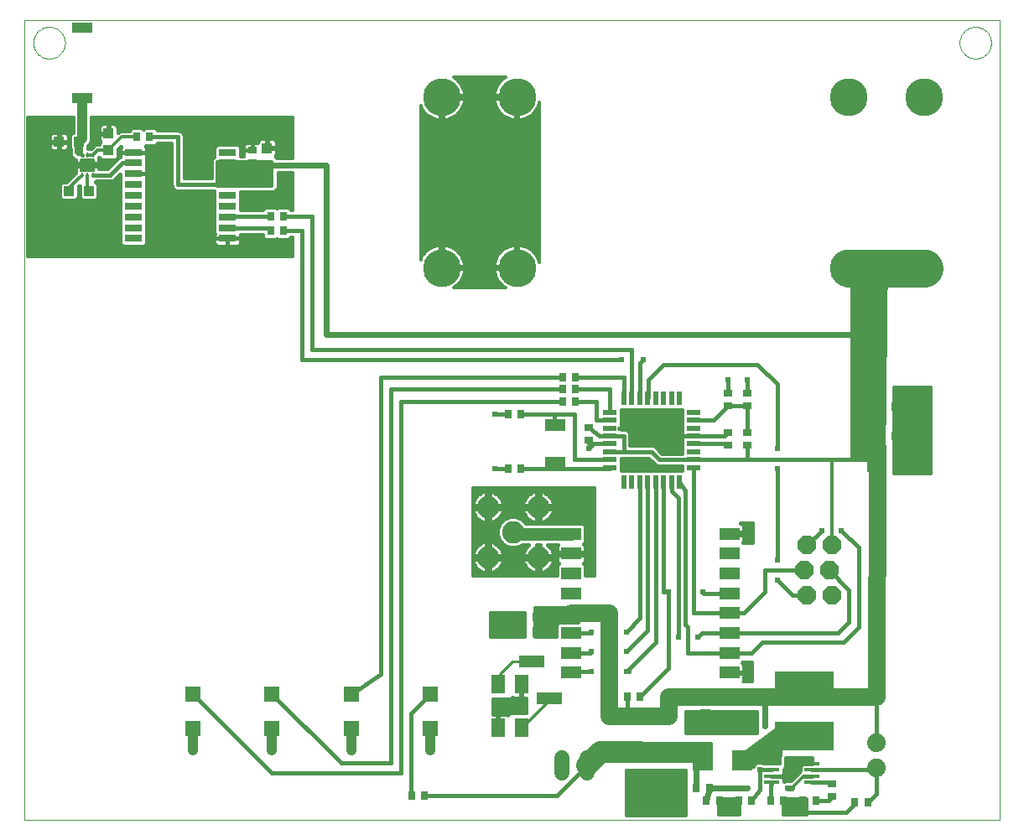
<source format=gtl>
G75*
%MOIN*%
%OFA0B0*%
%FSLAX24Y24*%
%IPPOS*%
%LPD*%
%AMOC8*
5,1,8,0,0,1.08239X$1,22.5*
%
%ADD10C,0.0000*%
%ADD11R,0.0580X0.0200*%
%ADD12R,0.0200X0.0580*%
%ADD13R,0.0787X0.0394*%
%ADD14R,0.0787X0.0512*%
%ADD15R,0.0709X0.0315*%
%ADD16R,0.0709X0.0276*%
%ADD17C,0.0886*%
%ADD18R,0.0591X0.0591*%
%ADD19R,0.0354X0.0276*%
%ADD20R,0.0276X0.0354*%
%ADD21R,0.0394X0.0394*%
%ADD22R,0.0394X0.0433*%
%ADD23R,0.0433X0.0394*%
%ADD24R,0.1063X0.0630*%
%ADD25C,0.1500*%
%ADD26OC8,0.0740*%
%ADD27R,0.0600X0.0180*%
%ADD28R,0.0787X0.0787*%
%ADD29R,0.0110X0.0197*%
%ADD30C,0.0050*%
%ADD31C,0.0740*%
%ADD32R,0.2362X0.1181*%
%ADD33R,0.0630X0.1063*%
%ADD34R,0.1000X0.0500*%
%ADD35R,0.0551X0.0748*%
%ADD36C,0.0600*%
%ADD37C,0.0160*%
%ADD38C,0.0238*%
%ADD39C,0.0400*%
%ADD40C,0.0100*%
%ADD41C,0.0120*%
%ADD42C,0.1500*%
%ADD43C,0.0240*%
%ADD44C,0.0700*%
%ADD45C,0.0500*%
%ADD46C,0.0860*%
%ADD47C,0.0320*%
D10*
X000574Y000251D02*
X000574Y032054D01*
X039341Y032054D01*
X039341Y000251D01*
X000574Y000251D01*
X000928Y031156D02*
X000930Y031206D01*
X000936Y031256D01*
X000946Y031305D01*
X000960Y031353D01*
X000977Y031400D01*
X000998Y031445D01*
X001023Y031489D01*
X001051Y031530D01*
X001083Y031569D01*
X001117Y031606D01*
X001154Y031640D01*
X001194Y031670D01*
X001236Y031697D01*
X001280Y031721D01*
X001326Y031742D01*
X001373Y031758D01*
X001421Y031771D01*
X001471Y031780D01*
X001520Y031785D01*
X001571Y031786D01*
X001621Y031783D01*
X001670Y031776D01*
X001719Y031765D01*
X001767Y031750D01*
X001813Y031732D01*
X001858Y031710D01*
X001901Y031684D01*
X001942Y031655D01*
X001981Y031623D01*
X002017Y031588D01*
X002049Y031550D01*
X002079Y031510D01*
X002106Y031467D01*
X002129Y031423D01*
X002148Y031377D01*
X002164Y031329D01*
X002176Y031280D01*
X002184Y031231D01*
X002188Y031181D01*
X002188Y031131D01*
X002184Y031081D01*
X002176Y031032D01*
X002164Y030983D01*
X002148Y030935D01*
X002129Y030889D01*
X002106Y030845D01*
X002079Y030802D01*
X002049Y030762D01*
X002017Y030724D01*
X001981Y030689D01*
X001942Y030657D01*
X001901Y030628D01*
X001858Y030602D01*
X001813Y030580D01*
X001767Y030562D01*
X001719Y030547D01*
X001670Y030536D01*
X001621Y030529D01*
X001571Y030526D01*
X001520Y030527D01*
X001471Y030532D01*
X001421Y030541D01*
X001373Y030554D01*
X001326Y030570D01*
X001280Y030591D01*
X001236Y030615D01*
X001194Y030642D01*
X001154Y030672D01*
X001117Y030706D01*
X001083Y030743D01*
X001051Y030782D01*
X001023Y030823D01*
X000998Y030867D01*
X000977Y030912D01*
X000960Y030959D01*
X000946Y031007D01*
X000936Y031056D01*
X000930Y031106D01*
X000928Y031156D01*
X037739Y031156D02*
X037741Y031206D01*
X037747Y031256D01*
X037757Y031305D01*
X037771Y031353D01*
X037788Y031400D01*
X037809Y031445D01*
X037834Y031489D01*
X037862Y031530D01*
X037894Y031569D01*
X037928Y031606D01*
X037965Y031640D01*
X038005Y031670D01*
X038047Y031697D01*
X038091Y031721D01*
X038137Y031742D01*
X038184Y031758D01*
X038232Y031771D01*
X038282Y031780D01*
X038331Y031785D01*
X038382Y031786D01*
X038432Y031783D01*
X038481Y031776D01*
X038530Y031765D01*
X038578Y031750D01*
X038624Y031732D01*
X038669Y031710D01*
X038712Y031684D01*
X038753Y031655D01*
X038792Y031623D01*
X038828Y031588D01*
X038860Y031550D01*
X038890Y031510D01*
X038917Y031467D01*
X038940Y031423D01*
X038959Y031377D01*
X038975Y031329D01*
X038987Y031280D01*
X038995Y031231D01*
X038999Y031181D01*
X038999Y031131D01*
X038995Y031081D01*
X038987Y031032D01*
X038975Y030983D01*
X038959Y030935D01*
X038940Y030889D01*
X038917Y030845D01*
X038890Y030802D01*
X038860Y030762D01*
X038828Y030724D01*
X038792Y030689D01*
X038753Y030657D01*
X038712Y030628D01*
X038669Y030602D01*
X038624Y030580D01*
X038578Y030562D01*
X038530Y030547D01*
X038481Y030536D01*
X038432Y030529D01*
X038382Y030526D01*
X038331Y030527D01*
X038282Y030532D01*
X038232Y030541D01*
X038184Y030554D01*
X038137Y030570D01*
X038091Y030591D01*
X038047Y030615D01*
X038005Y030642D01*
X037965Y030672D01*
X037928Y030706D01*
X037894Y030743D01*
X037862Y030782D01*
X037834Y030823D01*
X037809Y030867D01*
X037788Y030912D01*
X037771Y030959D01*
X037757Y031007D01*
X037747Y031056D01*
X037741Y031106D01*
X037739Y031156D01*
D11*
X027177Y016469D03*
X027177Y016159D03*
X027177Y015839D03*
X027177Y015529D03*
X027177Y015209D03*
X027177Y014899D03*
X027177Y014579D03*
X027177Y014269D03*
X023837Y014269D03*
X023837Y014579D03*
X023837Y014899D03*
X023837Y015209D03*
X023837Y015529D03*
X023837Y015839D03*
X023837Y016159D03*
X023837Y016469D03*
D12*
X024407Y017039D03*
X024717Y017039D03*
X025037Y017039D03*
X025347Y017039D03*
X025667Y017039D03*
X025977Y017039D03*
X026297Y017039D03*
X026607Y017039D03*
X026607Y013699D03*
X026297Y013699D03*
X025977Y013699D03*
X025667Y013699D03*
X025347Y013699D03*
X025037Y013699D03*
X024717Y013699D03*
X024407Y013699D03*
D13*
X002873Y028961D03*
X002873Y031757D03*
D14*
X021676Y015959D03*
X021676Y014463D03*
X022298Y011629D03*
X022298Y010841D03*
X022298Y010054D03*
X022298Y009267D03*
X022298Y008479D03*
X022298Y007692D03*
X022298Y006904D03*
X022298Y006117D03*
X028597Y006117D03*
X028597Y006904D03*
X028597Y007692D03*
X028597Y008479D03*
X028597Y009267D03*
X028597Y010054D03*
X028597Y010841D03*
X028597Y011629D03*
D15*
X008652Y023786D03*
X008652Y024219D03*
X008652Y024652D03*
X008652Y025085D03*
X008652Y025519D03*
X008652Y025952D03*
X008652Y026385D03*
X004912Y026385D03*
X004912Y025952D03*
X004912Y025519D03*
X004912Y025085D03*
X004912Y024652D03*
X004912Y024219D03*
X004912Y023786D03*
D16*
X004912Y023373D03*
X008652Y023373D03*
X008652Y026798D03*
X004912Y026798D03*
D17*
X018991Y012700D03*
X019991Y011700D03*
X020991Y012700D03*
X020991Y010700D03*
X018991Y010700D03*
D18*
X016715Y005270D03*
X016715Y003893D03*
X013566Y003893D03*
X013566Y005270D03*
X010416Y005270D03*
X010416Y003893D03*
X007267Y003893D03*
X007267Y005270D03*
D19*
X023015Y015349D03*
X023015Y015861D03*
X028526Y015664D03*
X028526Y015152D03*
X029314Y015152D03*
X029314Y015664D03*
X029314Y016727D03*
X029314Y017239D03*
X028526Y017239D03*
X028526Y016727D03*
X026656Y002672D03*
X026656Y002160D03*
X032660Y001688D03*
X032660Y001176D03*
X009629Y026373D03*
X009629Y026885D03*
D20*
X010357Y024267D03*
X010869Y024267D03*
X010869Y023676D03*
X010357Y023676D03*
X005554Y027416D03*
X005042Y027416D03*
X019806Y016393D03*
X020318Y016393D03*
X021971Y016885D03*
X021971Y017377D03*
X022483Y017377D03*
X022483Y016885D03*
X022483Y017869D03*
X021971Y017869D03*
X020318Y014227D03*
X019806Y014227D03*
X020397Y008322D03*
X020908Y008322D03*
X024530Y005172D03*
X025042Y005172D03*
X027286Y001530D03*
X027798Y001530D03*
X027680Y001038D03*
X028192Y001038D03*
X028960Y001038D03*
X029471Y001038D03*
X030239Y001038D03*
X030751Y001038D03*
X031519Y001038D03*
X032030Y001038D03*
X033586Y000940D03*
X034097Y000940D03*
X016479Y001235D03*
X015967Y001235D03*
X034668Y015507D03*
X035180Y015507D03*
X035180Y016688D03*
X034668Y016688D03*
D21*
X003133Y025251D03*
X002345Y025251D03*
X001952Y027219D03*
X002739Y027219D03*
D22*
X003920Y026885D03*
X003920Y027554D03*
X010219Y026963D03*
X010219Y026294D03*
X027641Y005113D03*
X027641Y004444D03*
X026066Y002751D03*
X026066Y002081D03*
D23*
X020987Y007731D03*
X020318Y007731D03*
X034589Y016097D03*
X035259Y016097D03*
X035259Y017278D03*
X034589Y017278D03*
D24*
X029117Y005133D03*
X029117Y004030D03*
X025082Y002967D03*
X025082Y001865D03*
D25*
X020160Y022200D03*
X017168Y022200D03*
X017168Y028991D03*
X020160Y028991D03*
X033349Y028991D03*
X036341Y028991D03*
X036341Y022200D03*
X033349Y022200D03*
D26*
X032676Y011176D03*
X031676Y011176D03*
X031576Y010176D03*
X032576Y010176D03*
X032676Y009176D03*
X031676Y009176D03*
D27*
X031886Y002501D03*
X031886Y002251D03*
X031886Y001991D03*
X031886Y001741D03*
X030286Y001741D03*
X030286Y001991D03*
X030286Y002251D03*
X030286Y002501D03*
D28*
X029117Y002613D03*
X027542Y002613D03*
D29*
X003290Y025900D03*
X003074Y025900D03*
X002857Y025900D03*
X002857Y026688D03*
X003074Y026688D03*
X003290Y026688D03*
D30*
X002810Y026521D02*
X002810Y026067D01*
X002810Y026521D02*
X003338Y026521D01*
X003338Y026067D01*
X002810Y026067D01*
X002810Y026116D02*
X003338Y026116D01*
X003338Y026165D02*
X002810Y026165D01*
X002810Y026214D02*
X003338Y026214D01*
X003338Y026263D02*
X002810Y026263D01*
X002810Y026312D02*
X003338Y026312D01*
X003338Y026361D02*
X002810Y026361D01*
X002810Y026410D02*
X003338Y026410D01*
X003338Y026459D02*
X002810Y026459D01*
X002810Y026508D02*
X003338Y026508D01*
D31*
X034432Y003318D03*
X034432Y002318D03*
D32*
X031578Y003581D03*
X031578Y005581D03*
D33*
X034373Y014621D03*
X035475Y014621D03*
D34*
X021440Y005074D03*
X020751Y006550D03*
D35*
X020337Y005644D03*
X019393Y005644D03*
X019393Y003912D03*
X020337Y003912D03*
D36*
X021924Y002716D02*
X021924Y002116D01*
X022924Y002116D02*
X022924Y002716D01*
D37*
X022924Y002416D02*
X021743Y001235D01*
X016479Y001235D01*
X015967Y001235D02*
X015928Y001235D01*
X015928Y004483D01*
X016715Y005270D01*
X014747Y006058D02*
X014747Y017869D01*
X021971Y017869D01*
X022483Y017869D02*
X024407Y017869D01*
X024407Y017039D01*
X024717Y017039D02*
X024717Y018952D01*
X011991Y018952D01*
X011991Y024267D01*
X010869Y024267D01*
X011178Y024527D02*
X011081Y024624D01*
X010657Y024624D01*
X010613Y024580D01*
X010570Y024624D01*
X010145Y024624D01*
X010048Y024527D01*
X009187Y024527D01*
X009187Y025208D01*
X010464Y025208D01*
X010552Y025244D01*
X010620Y025312D01*
X010656Y025400D01*
X010656Y025994D01*
X011204Y025994D01*
X011204Y024527D01*
X011178Y024527D01*
X011204Y024660D02*
X009187Y024660D01*
X009187Y024818D02*
X011204Y024818D01*
X011204Y024977D02*
X009187Y024977D01*
X009187Y025135D02*
X011204Y025135D01*
X011204Y025294D02*
X010602Y025294D01*
X010656Y025452D02*
X011204Y025452D01*
X011204Y025611D02*
X010656Y025611D01*
X010656Y025769D02*
X011204Y025769D01*
X011204Y025928D02*
X010656Y025928D01*
X010593Y026594D02*
X010556Y026632D01*
X010560Y026636D01*
X010584Y026677D01*
X010596Y026723D01*
X010596Y026945D01*
X010238Y026945D01*
X010238Y026982D01*
X010201Y026982D01*
X010201Y027360D01*
X009999Y027360D01*
X009953Y027348D01*
X009912Y027324D01*
X009878Y027290D01*
X009855Y027249D01*
X009843Y027204D01*
X009843Y027199D01*
X009830Y027202D01*
X009629Y027202D01*
X009629Y026885D01*
X009629Y026885D01*
X009629Y027202D01*
X009428Y027202D01*
X009382Y027190D01*
X009341Y027166D01*
X009308Y027133D01*
X009284Y027092D01*
X009272Y027046D01*
X009272Y026885D01*
X009629Y026885D01*
X009629Y026885D01*
X009272Y026885D01*
X009272Y026723D01*
X009284Y026677D01*
X009287Y026672D01*
X009187Y026672D01*
X009187Y027010D01*
X009081Y027116D01*
X008224Y027116D01*
X008118Y027010D01*
X008118Y026637D01*
X008115Y026635D01*
X008047Y026568D01*
X008011Y026480D01*
X008011Y025779D01*
X006936Y025779D01*
X006936Y027468D01*
X006896Y027563D01*
X006823Y027637D01*
X006728Y027676D01*
X005864Y027676D01*
X005766Y027773D01*
X005342Y027773D01*
X005298Y027730D01*
X005255Y027773D01*
X004830Y027773D01*
X004724Y027668D01*
X004724Y027656D01*
X004404Y027656D01*
X004316Y027620D01*
X004297Y027601D01*
X004297Y027794D01*
X004285Y027840D01*
X004261Y027881D01*
X004228Y027915D01*
X004186Y027938D01*
X004141Y027950D01*
X003939Y027950D01*
X003939Y027572D01*
X003902Y027572D01*
X003902Y027536D01*
X003543Y027536D01*
X003543Y027314D01*
X003556Y027268D01*
X003579Y027227D01*
X003587Y027219D01*
X003543Y027176D01*
X003543Y027125D01*
X003439Y027125D01*
X003351Y027088D01*
X003229Y026966D01*
X003116Y026966D01*
X003116Y027059D01*
X003195Y027138D01*
X003253Y027278D01*
X003253Y028204D01*
X011204Y028204D01*
X011204Y026594D01*
X010593Y026594D01*
X010595Y026720D02*
X011204Y026720D01*
X011204Y026879D02*
X010596Y026879D01*
X010596Y026982D02*
X010596Y027204D01*
X010584Y027249D01*
X010560Y027290D01*
X010527Y027324D01*
X010486Y027348D01*
X010440Y027360D01*
X010238Y027360D01*
X010238Y026982D01*
X010596Y026982D01*
X010596Y027037D02*
X011204Y027037D01*
X011204Y027196D02*
X010596Y027196D01*
X010461Y027354D02*
X011204Y027354D01*
X011204Y027513D02*
X006917Y027513D01*
X006936Y027354D02*
X009978Y027354D01*
X010201Y027354D02*
X010238Y027354D01*
X010238Y027196D02*
X010201Y027196D01*
X010201Y027037D02*
X010238Y027037D01*
X009629Y027037D02*
X009629Y027037D01*
X009629Y027196D02*
X009629Y027196D01*
X009403Y027196D02*
X006936Y027196D01*
X006936Y027037D02*
X008145Y027037D01*
X008118Y026879D02*
X006936Y026879D01*
X006936Y026720D02*
X008118Y026720D01*
X008045Y026562D02*
X006936Y026562D01*
X006936Y026403D02*
X008011Y026403D01*
X008011Y026245D02*
X006936Y026245D01*
X006936Y026086D02*
X008011Y026086D01*
X008011Y025928D02*
X006936Y025928D01*
X006416Y025928D02*
X005447Y025928D01*
X005447Y025952D02*
X004912Y025952D01*
X005447Y025952D01*
X005447Y026133D01*
X005442Y026148D01*
X005447Y026153D01*
X005447Y026617D01*
X005442Y026621D01*
X005447Y026637D01*
X005447Y026798D01*
X005447Y026960D01*
X005434Y027005D01*
X005411Y027046D01*
X005398Y027059D01*
X005766Y027059D01*
X005864Y027156D01*
X006416Y027156D01*
X006416Y025467D01*
X006456Y025371D01*
X006529Y025298D01*
X006624Y025259D01*
X008101Y025259D01*
X008115Y025244D01*
X008118Y025243D01*
X008118Y023554D01*
X008122Y023550D01*
X008118Y023534D01*
X008118Y023373D01*
X008652Y023373D01*
X008652Y023373D01*
X008118Y023373D01*
X008118Y023211D01*
X008130Y023166D01*
X008154Y023125D01*
X008188Y023091D01*
X008229Y023067D01*
X008274Y023055D01*
X008652Y023055D01*
X008652Y023373D01*
X008652Y023373D01*
X009187Y023373D01*
X009187Y023526D01*
X010039Y023526D01*
X010039Y023424D01*
X010145Y023319D01*
X010570Y023319D01*
X010613Y023362D01*
X010657Y023319D01*
X011081Y023319D01*
X011178Y023416D01*
X011204Y023416D01*
X011204Y022692D01*
X000714Y022692D01*
X000714Y028204D01*
X002493Y028204D01*
X002493Y027596D01*
X002468Y027596D01*
X002362Y027491D01*
X002362Y027302D01*
X002359Y027295D01*
X002359Y027144D01*
X002362Y027136D01*
X002362Y026948D01*
X002399Y026911D01*
X002399Y026738D01*
X002451Y026613D01*
X002546Y026518D01*
X002604Y026494D01*
X002604Y026340D01*
X003028Y026340D01*
X003028Y026248D01*
X002604Y026248D01*
X002604Y026040D01*
X002616Y025998D01*
X002245Y025628D01*
X002074Y025628D01*
X001969Y025522D01*
X001969Y024979D01*
X002074Y024874D01*
X002617Y024874D01*
X002722Y024979D01*
X002722Y025426D01*
X002756Y025460D01*
X002756Y024979D01*
X002861Y024874D01*
X003404Y024874D01*
X003510Y024979D01*
X003510Y025522D01*
X003410Y025622D01*
X003420Y025622D01*
X003438Y025640D01*
X004031Y025640D01*
X004126Y025680D01*
X004378Y025931D01*
X004378Y025770D01*
X004382Y025755D01*
X004378Y025751D01*
X004378Y023160D01*
X004483Y023055D01*
X005341Y023055D01*
X005447Y023160D01*
X005447Y025751D01*
X005442Y025755D01*
X005447Y025770D01*
X005447Y025952D01*
X005447Y026086D02*
X006416Y026086D01*
X006416Y026245D02*
X005447Y026245D01*
X005447Y026403D02*
X006416Y026403D01*
X006416Y026562D02*
X005447Y026562D01*
X005447Y026720D02*
X006416Y026720D01*
X006416Y026879D02*
X005447Y026879D01*
X005447Y026798D02*
X004912Y026798D01*
X004378Y026798D01*
X004378Y026637D01*
X004379Y026631D01*
X004316Y026605D01*
X004243Y026532D01*
X003872Y026160D01*
X003543Y026160D01*
X003543Y026248D01*
X003120Y026248D01*
X003120Y026340D01*
X003543Y026340D01*
X003543Y026548D01*
X003532Y026590D01*
X003543Y026601D01*
X003543Y026594D01*
X003649Y026488D01*
X004192Y026488D01*
X004297Y026594D01*
X004297Y026922D01*
X004404Y027029D01*
X004390Y027005D01*
X004378Y026960D01*
X004378Y026798D01*
X004912Y026798D01*
X004912Y026798D01*
X004912Y026798D01*
X005447Y026798D01*
X005416Y027037D02*
X006416Y027037D01*
X006676Y027416D02*
X005554Y027416D01*
X004728Y027671D02*
X004297Y027671D01*
X004287Y027830D02*
X011204Y027830D01*
X011204Y027988D02*
X003253Y027988D01*
X003253Y027830D02*
X003553Y027830D01*
X003556Y027840D02*
X003543Y027794D01*
X003543Y027572D01*
X003902Y027572D01*
X003902Y027950D01*
X003700Y027950D01*
X003654Y027938D01*
X003613Y027915D01*
X003579Y027881D01*
X003556Y027840D01*
X003543Y027671D02*
X003253Y027671D01*
X003253Y027513D02*
X003543Y027513D01*
X003543Y027354D02*
X003253Y027354D01*
X003219Y027196D02*
X003563Y027196D01*
X003300Y027037D02*
X003116Y027037D01*
X002857Y026688D02*
X002739Y026806D01*
X002502Y026562D02*
X000714Y026562D01*
X000714Y026720D02*
X002406Y026720D01*
X002399Y026879D02*
X002259Y026879D01*
X002259Y026878D02*
X002293Y026912D01*
X002316Y026953D01*
X002329Y026999D01*
X002329Y027201D01*
X001970Y027201D01*
X001970Y027238D01*
X001933Y027238D01*
X001933Y027596D01*
X001731Y027596D01*
X001685Y027584D01*
X001644Y027560D01*
X001611Y027527D01*
X001587Y027486D01*
X001575Y027440D01*
X001575Y027238D01*
X001933Y027238D01*
X001933Y027201D01*
X001575Y027201D01*
X001575Y026999D01*
X001587Y026953D01*
X001611Y026912D01*
X001644Y026878D01*
X001685Y026855D01*
X001731Y026842D01*
X001933Y026842D01*
X001933Y027201D01*
X001970Y027201D01*
X001970Y026842D01*
X002172Y026842D01*
X002218Y026855D01*
X002259Y026878D01*
X002329Y027037D02*
X002362Y027037D01*
X002359Y027196D02*
X002329Y027196D01*
X002329Y027238D02*
X002329Y027440D01*
X002316Y027486D01*
X002293Y027527D01*
X002259Y027560D01*
X002218Y027584D01*
X002172Y027596D01*
X001970Y027596D01*
X001970Y027238D01*
X002329Y027238D01*
X002329Y027354D02*
X002362Y027354D01*
X002384Y027513D02*
X002301Y027513D01*
X002493Y027671D02*
X000714Y027671D01*
X000714Y027513D02*
X001603Y027513D01*
X001575Y027354D02*
X000714Y027354D01*
X000714Y027196D02*
X001575Y027196D01*
X001575Y027037D02*
X000714Y027037D01*
X000714Y026879D02*
X001644Y026879D01*
X001933Y026879D02*
X001970Y026879D01*
X001970Y027037D02*
X001933Y027037D01*
X001933Y027196D02*
X001970Y027196D01*
X001970Y027354D02*
X001933Y027354D01*
X001933Y027513D02*
X001970Y027513D01*
X002493Y027830D02*
X000714Y027830D01*
X000714Y027988D02*
X002493Y027988D01*
X002493Y028147D02*
X000714Y028147D01*
X000714Y026403D02*
X002604Y026403D01*
X002604Y026245D02*
X000714Y026245D01*
X000714Y026086D02*
X002604Y026086D01*
X002545Y025928D02*
X000714Y025928D01*
X000714Y025769D02*
X002387Y025769D01*
X002057Y025611D02*
X000714Y025611D01*
X000714Y025452D02*
X001969Y025452D01*
X001969Y025294D02*
X000714Y025294D01*
X000714Y025135D02*
X001969Y025135D01*
X001971Y024977D02*
X000714Y024977D01*
X000714Y024818D02*
X004378Y024818D01*
X004378Y024660D02*
X000714Y024660D01*
X000714Y024501D02*
X004378Y024501D01*
X004378Y024343D02*
X000714Y024343D01*
X000714Y024184D02*
X004378Y024184D01*
X004378Y024026D02*
X000714Y024026D01*
X000714Y023867D02*
X004378Y023867D01*
X004378Y023709D02*
X000714Y023709D01*
X000714Y023550D02*
X004378Y023550D01*
X004378Y023392D02*
X000714Y023392D01*
X000714Y023233D02*
X004378Y023233D01*
X004464Y023075D02*
X000714Y023075D01*
X000714Y022916D02*
X011204Y022916D01*
X011204Y022758D02*
X000714Y022758D01*
X002720Y024977D02*
X002758Y024977D01*
X002756Y025135D02*
X002722Y025135D01*
X002722Y025294D02*
X002756Y025294D01*
X002749Y025452D02*
X002756Y025452D01*
X003421Y025611D02*
X004378Y025611D01*
X004378Y025769D02*
X004216Y025769D01*
X004374Y025928D02*
X004378Y025928D01*
X003979Y025900D02*
X004463Y026385D01*
X004912Y026385D01*
X004912Y025952D02*
X004912Y025952D01*
X005446Y025769D02*
X006416Y025769D01*
X006416Y025611D02*
X005447Y025611D01*
X005447Y025452D02*
X006422Y025452D01*
X006539Y025294D02*
X005447Y025294D01*
X005447Y025135D02*
X008118Y025135D01*
X008118Y024977D02*
X005447Y024977D01*
X005447Y024818D02*
X008118Y024818D01*
X008118Y024660D02*
X005447Y024660D01*
X005447Y024501D02*
X008118Y024501D01*
X008118Y024343D02*
X005447Y024343D01*
X005447Y024184D02*
X008118Y024184D01*
X008118Y024026D02*
X005447Y024026D01*
X005447Y023867D02*
X008118Y023867D01*
X008118Y023709D02*
X005447Y023709D01*
X005447Y023550D02*
X008122Y023550D01*
X008118Y023392D02*
X005447Y023392D01*
X005447Y023233D02*
X008118Y023233D01*
X008216Y023075D02*
X005361Y023075D01*
X004378Y024977D02*
X003507Y024977D01*
X003510Y025135D02*
X004378Y025135D01*
X004378Y025294D02*
X003510Y025294D01*
X003510Y025452D02*
X004378Y025452D01*
X003979Y025900D02*
X003290Y025900D01*
X003543Y026245D02*
X003956Y026245D01*
X004114Y026403D02*
X003543Y026403D01*
X003539Y026562D02*
X003575Y026562D01*
X004265Y026562D02*
X004273Y026562D01*
X004297Y026720D02*
X004378Y026720D01*
X004378Y026879D02*
X004297Y026879D01*
X003939Y027671D02*
X003902Y027671D01*
X003902Y027830D02*
X003939Y027830D01*
X003253Y028147D02*
X011204Y028147D01*
X011204Y027671D02*
X006739Y027671D01*
X006676Y027416D02*
X006676Y025519D01*
X008652Y025519D01*
X008700Y024267D02*
X010357Y024267D01*
X010247Y023786D02*
X010357Y023676D01*
X010247Y023786D02*
X008652Y023786D01*
X008652Y023373D02*
X008652Y023373D01*
X008652Y023055D01*
X009030Y023055D01*
X009076Y023067D01*
X009117Y023091D01*
X009151Y023125D01*
X009175Y023166D01*
X009187Y023211D01*
X009187Y023373D01*
X008652Y023373D01*
X008652Y023233D02*
X008652Y023233D01*
X008652Y023075D02*
X008652Y023075D01*
X009089Y023075D02*
X011204Y023075D01*
X011204Y023233D02*
X009187Y023233D01*
X009187Y023392D02*
X010072Y023392D01*
X010869Y023676D02*
X011597Y023676D01*
X011597Y018558D01*
X024294Y018558D01*
X025037Y018415D02*
X025180Y018558D01*
X025037Y018415D02*
X025037Y017039D01*
X025347Y017039D02*
X025377Y017069D01*
X025377Y017770D01*
X025967Y018361D01*
X029708Y018361D01*
X030495Y017574D01*
X030495Y015015D01*
X030495Y014227D02*
X030495Y010585D01*
X030003Y010192D02*
X031560Y010192D01*
X031576Y010176D01*
X032576Y010176D02*
X033349Y009403D01*
X033349Y008125D01*
X032916Y007692D01*
X028597Y007692D01*
X027503Y007692D01*
X027345Y007534D01*
X026952Y007928D02*
X026853Y008026D01*
X026853Y013354D01*
X026607Y013699D01*
X026297Y013699D02*
X026297Y013307D01*
X026558Y013046D01*
X026558Y007534D01*
X026952Y007928D02*
X026952Y006904D01*
X028597Y006904D01*
X029471Y006904D01*
X029904Y007337D01*
X033152Y007337D01*
X033743Y007928D01*
X033743Y011078D01*
X033054Y011767D01*
X032267Y011767D02*
X031676Y011176D01*
X030495Y009798D02*
X031117Y009176D01*
X031676Y009176D01*
X030003Y009306D02*
X030003Y010192D01*
X030003Y009306D02*
X029176Y008479D01*
X028597Y008479D01*
X027177Y008479D01*
X027177Y014269D01*
X027177Y014579D02*
X025813Y014579D01*
X025493Y014899D01*
X023837Y014899D01*
X024393Y014899D01*
X024393Y015529D01*
X023837Y015529D01*
X023445Y015529D01*
X023015Y015861D01*
X023310Y016159D02*
X023310Y016885D01*
X022483Y016885D01*
X022483Y017377D02*
X023837Y017377D01*
X023837Y016469D01*
X023837Y016159D02*
X023310Y016159D01*
X023015Y015349D02*
X023015Y015209D01*
X023211Y015209D01*
X023015Y015015D01*
X023211Y015209D02*
X023837Y015209D01*
X023839Y015211D01*
X024307Y015789D02*
X024307Y015839D01*
X024307Y015963D01*
X024302Y015980D01*
X024307Y015984D01*
X024307Y016569D01*
X026707Y016569D01*
X026707Y015664D01*
X026709Y015662D01*
X026707Y015653D01*
X026707Y015529D01*
X026952Y015529D01*
X026952Y015529D01*
X026707Y015529D01*
X026707Y015405D01*
X026711Y015388D01*
X026707Y015383D01*
X026707Y014839D01*
X025920Y014839D01*
X025713Y015046D01*
X025640Y015119D01*
X025544Y015159D01*
X024653Y015159D01*
X024653Y015581D01*
X024613Y015676D01*
X024540Y015749D01*
X024444Y015789D01*
X024307Y015789D01*
X024307Y015839D02*
X024196Y015839D01*
X024307Y015839D01*
X024307Y015942D02*
X026707Y015942D01*
X026707Y015784D02*
X024457Y015784D01*
X024634Y015625D02*
X026707Y015625D01*
X026707Y015467D02*
X024653Y015467D01*
X024653Y015308D02*
X026707Y015308D01*
X026707Y015150D02*
X025566Y015150D01*
X025768Y014991D02*
X026707Y014991D01*
X027177Y015209D02*
X028470Y015209D01*
X028526Y015152D01*
X028391Y015529D02*
X027177Y015529D01*
X027177Y016159D02*
X027958Y016159D01*
X028526Y016727D01*
X029314Y016727D01*
X029314Y015664D01*
X029314Y015152D02*
X029314Y014579D01*
X032660Y014579D01*
X034426Y014579D01*
X034471Y014625D01*
X029511Y012062D02*
X029511Y011274D01*
X029142Y011274D01*
X029159Y011303D01*
X029171Y011349D01*
X029171Y011581D01*
X028645Y011581D01*
X028645Y011677D01*
X029171Y011677D01*
X029171Y011908D01*
X029159Y011954D01*
X029135Y011995D01*
X029102Y012029D01*
X029061Y012052D01*
X029025Y012062D01*
X029511Y012062D01*
X029511Y011980D02*
X029144Y011980D01*
X029171Y011821D02*
X029511Y011821D01*
X029511Y011663D02*
X028645Y011663D01*
X029171Y011504D02*
X029511Y011504D01*
X029511Y011346D02*
X029170Y011346D01*
X028597Y009267D02*
X027582Y009267D01*
X027542Y009306D01*
X026164Y009306D02*
X026164Y006294D01*
X025042Y005172D01*
X024530Y005172D02*
X024530Y004522D01*
X024393Y004385D01*
X024688Y003302D02*
X027837Y003302D01*
X027837Y002613D01*
X024688Y002613D01*
X024688Y003302D01*
X024688Y003262D02*
X027837Y003262D01*
X027837Y003104D02*
X024688Y003104D01*
X024688Y002945D02*
X027837Y002945D01*
X027837Y002787D02*
X024688Y002787D01*
X024688Y002628D02*
X027837Y002628D01*
X026853Y002219D02*
X026853Y000448D01*
X024491Y000448D01*
X024491Y002219D01*
X026853Y002219D01*
X026853Y002153D02*
X024491Y002153D01*
X024491Y001994D02*
X026853Y001994D01*
X026853Y001836D02*
X024491Y001836D01*
X024491Y001677D02*
X026853Y001677D01*
X026853Y001519D02*
X024491Y001519D01*
X024491Y001360D02*
X026853Y001360D01*
X026853Y001202D02*
X024491Y001202D01*
X024491Y001043D02*
X026853Y001043D01*
X026853Y000885D02*
X024491Y000885D01*
X024491Y000726D02*
X026853Y000726D01*
X026853Y000568D02*
X024491Y000568D01*
X029471Y001038D02*
X029806Y001471D01*
X029806Y002251D01*
X030286Y002251D01*
X030286Y001991D02*
X030889Y001991D01*
X030889Y002318D01*
X030829Y002335D02*
X030824Y002416D01*
X030841Y002711D01*
X031873Y002711D01*
X031873Y002521D01*
X031511Y002521D01*
X031406Y002415D01*
X031406Y002214D01*
X031399Y002211D01*
X031326Y002138D01*
X031306Y002090D01*
X031046Y001830D01*
X030829Y001830D01*
X030766Y001804D01*
X030766Y001905D01*
X030675Y001996D01*
X030766Y002086D01*
X030766Y002261D01*
X030817Y002308D01*
X030818Y002323D01*
X030829Y002335D01*
X030818Y002311D02*
X031406Y002311D01*
X031282Y002318D02*
X031282Y002501D01*
X031886Y002501D01*
X031873Y002628D02*
X030836Y002628D01*
X030827Y002470D02*
X031460Y002470D01*
X031479Y002613D02*
X031479Y002680D01*
X031340Y002153D02*
X030766Y002153D01*
X030677Y001994D02*
X031210Y001994D01*
X031052Y001836D02*
X030766Y001836D01*
X030286Y001688D02*
X030239Y001641D01*
X030239Y001038D01*
X031282Y000644D02*
X031381Y000546D01*
X033251Y000546D01*
X033586Y000881D01*
X033586Y000940D01*
X034097Y000940D02*
X034432Y001274D01*
X034432Y002318D01*
X034365Y002251D01*
X031886Y002251D01*
X032397Y002251D01*
X032607Y001741D02*
X031886Y001741D01*
X031886Y001991D02*
X031546Y001991D01*
X032030Y001038D02*
X032523Y001038D01*
X032660Y001176D01*
X032660Y001688D02*
X032607Y001741D01*
X034432Y003318D02*
X034432Y005172D01*
X026164Y009306D02*
X025967Y009306D01*
X025977Y010496D01*
X025977Y013699D01*
X025667Y013699D02*
X025667Y007332D01*
X024491Y006156D01*
X024589Y006156D01*
X024491Y006944D02*
X025347Y007799D01*
X025347Y013699D01*
X025037Y013699D02*
X025037Y008277D01*
X024491Y007731D01*
X023113Y007731D02*
X023112Y007721D01*
X023108Y007712D01*
X023102Y007703D01*
X023094Y007697D01*
X023084Y007693D01*
X023074Y007692D01*
X022298Y007692D01*
X022298Y006904D02*
X023074Y006904D01*
X023113Y006944D01*
X023113Y006156D02*
X022337Y006156D01*
X022327Y006155D01*
X022318Y006151D01*
X022309Y006145D01*
X022303Y006137D01*
X022299Y006127D01*
X022298Y006117D01*
X021724Y009995D02*
X018389Y009995D01*
X018389Y010538D01*
X018414Y010460D01*
X018458Y010373D01*
X018516Y010294D01*
X018585Y010224D01*
X018665Y010167D01*
X018752Y010122D01*
X018845Y010092D01*
X018923Y010080D01*
X018923Y010632D01*
X018389Y010632D01*
X018389Y010767D01*
X018923Y010767D01*
X018923Y010632D01*
X019059Y010632D01*
X019059Y010767D01*
X019611Y010767D01*
X019599Y010845D01*
X019568Y010939D01*
X019524Y011026D01*
X019466Y011105D01*
X019397Y011175D01*
X019318Y011232D01*
X019230Y011277D01*
X019137Y011307D01*
X019059Y011320D01*
X019059Y010767D01*
X018923Y010767D01*
X018923Y011320D01*
X018845Y011307D01*
X018752Y011277D01*
X018665Y011232D01*
X018585Y011175D01*
X018516Y011105D01*
X018458Y011026D01*
X018414Y010939D01*
X018389Y010862D01*
X018389Y012538D01*
X018414Y012460D01*
X018458Y012373D01*
X018516Y012294D01*
X018585Y012224D01*
X018665Y012167D01*
X018752Y012122D01*
X018845Y012092D01*
X018923Y012080D01*
X018923Y012632D01*
X018389Y012632D01*
X018389Y012767D01*
X018923Y012767D01*
X018923Y012632D01*
X019059Y012632D01*
X019059Y012767D01*
X019611Y012767D01*
X019599Y012845D01*
X019568Y012939D01*
X019524Y013026D01*
X019466Y013105D01*
X019397Y013175D01*
X019318Y013232D01*
X019230Y013277D01*
X019137Y013307D01*
X019059Y013320D01*
X019059Y012767D01*
X018923Y012767D01*
X018923Y013320D01*
X018845Y013307D01*
X018752Y013277D01*
X018665Y013232D01*
X018585Y013175D01*
X018516Y013105D01*
X018458Y013026D01*
X018414Y012939D01*
X018389Y012862D01*
X018389Y013440D01*
X023211Y013440D01*
X023211Y009995D01*
X022872Y009995D01*
X022872Y010384D01*
X022809Y010448D01*
X022836Y010475D01*
X022860Y010516D01*
X022872Y010562D01*
X022872Y010793D01*
X022346Y010793D01*
X022346Y010889D01*
X022872Y010889D01*
X022872Y011121D01*
X022860Y011167D01*
X022836Y011208D01*
X022809Y011235D01*
X022872Y011298D01*
X022872Y011959D01*
X022766Y012065D01*
X021830Y012065D01*
X021824Y012059D01*
X020513Y012059D01*
X020344Y012228D01*
X020115Y012323D01*
X019867Y012323D01*
X019638Y012228D01*
X019463Y012052D01*
X019368Y011824D01*
X019368Y011576D01*
X019463Y011347D01*
X019638Y011172D01*
X019867Y011077D01*
X020115Y011077D01*
X020344Y011172D01*
X020371Y011199D01*
X020618Y011199D01*
X020585Y011175D01*
X020516Y011105D01*
X020458Y011026D01*
X020414Y010939D01*
X020383Y010845D01*
X020371Y010767D01*
X020923Y010767D01*
X020923Y010632D01*
X020371Y010632D01*
X020383Y010554D01*
X020414Y010460D01*
X020458Y010373D01*
X020516Y010294D01*
X020585Y010224D01*
X020665Y010167D01*
X020752Y010122D01*
X020845Y010092D01*
X020923Y010080D01*
X020923Y010632D01*
X021059Y010632D01*
X021059Y010767D01*
X021611Y010767D01*
X021599Y010845D01*
X021568Y010939D01*
X021524Y011026D01*
X021466Y011105D01*
X021397Y011175D01*
X021364Y011199D01*
X021755Y011199D01*
X021737Y011167D01*
X021724Y011121D01*
X021724Y010889D01*
X022250Y010889D01*
X022250Y010793D01*
X021724Y010793D01*
X021724Y010562D01*
X021737Y010516D01*
X021760Y010475D01*
X021788Y010448D01*
X021724Y010384D01*
X021724Y009995D01*
X021724Y010078D02*
X018389Y010078D01*
X018389Y010236D02*
X018573Y010236D01*
X018447Y010395D02*
X018389Y010395D01*
X018389Y010712D02*
X018923Y010712D01*
X019059Y010712D02*
X020923Y010712D01*
X020923Y010767D02*
X020923Y011199D01*
X021059Y011199D01*
X021059Y010767D01*
X020923Y010767D01*
X020923Y010870D02*
X021059Y010870D01*
X021059Y010712D02*
X021724Y010712D01*
X021611Y010632D02*
X021059Y010632D01*
X021059Y010080D01*
X021137Y010092D01*
X021230Y010122D01*
X021318Y010167D01*
X021397Y010224D01*
X021466Y010294D01*
X021524Y010373D01*
X021568Y010460D01*
X021599Y010554D01*
X021611Y010632D01*
X021598Y010553D02*
X021727Y010553D01*
X021735Y010395D02*
X021535Y010395D01*
X021409Y010236D02*
X021724Y010236D01*
X021059Y010236D02*
X020923Y010236D01*
X020923Y010395D02*
X021059Y010395D01*
X021059Y010553D02*
X020923Y010553D01*
X020573Y010236D02*
X019409Y010236D01*
X019397Y010224D02*
X019466Y010294D01*
X019524Y010373D01*
X019568Y010460D01*
X019599Y010554D01*
X019611Y010632D01*
X019059Y010632D01*
X019059Y010080D01*
X019137Y010092D01*
X019230Y010122D01*
X019318Y010167D01*
X019397Y010224D01*
X019535Y010395D02*
X020447Y010395D01*
X020384Y010553D02*
X019598Y010553D01*
X019591Y010870D02*
X020392Y010870D01*
X020460Y011029D02*
X019522Y011029D01*
X019622Y011187D02*
X019380Y011187D01*
X019464Y011346D02*
X018389Y011346D01*
X018389Y011504D02*
X019398Y011504D01*
X019368Y011663D02*
X018389Y011663D01*
X018389Y011821D02*
X019368Y011821D01*
X019433Y011980D02*
X018389Y011980D01*
X018389Y012138D02*
X018721Y012138D01*
X018923Y012138D02*
X019059Y012138D01*
X019059Y012080D02*
X019137Y012092D01*
X019230Y012122D01*
X019318Y012167D01*
X019397Y012224D01*
X019466Y012294D01*
X019524Y012373D01*
X019568Y012460D01*
X019599Y012554D01*
X019611Y012632D01*
X019059Y012632D01*
X019059Y012080D01*
X019261Y012138D02*
X019549Y012138D01*
X019468Y012297D02*
X019805Y012297D01*
X019566Y012455D02*
X020416Y012455D01*
X020414Y012460D02*
X020458Y012373D01*
X020516Y012294D01*
X020585Y012224D01*
X020665Y012167D01*
X020752Y012122D01*
X020845Y012092D01*
X020923Y012080D01*
X020923Y012632D01*
X020371Y012632D01*
X020383Y012554D01*
X020414Y012460D01*
X020374Y012614D02*
X019608Y012614D01*
X019610Y012772D02*
X020372Y012772D01*
X020371Y012767D02*
X020923Y012767D01*
X020923Y012632D01*
X021059Y012632D01*
X021059Y012767D01*
X021611Y012767D01*
X021599Y012845D01*
X021568Y012939D01*
X021524Y013026D01*
X021466Y013105D01*
X021397Y013175D01*
X021318Y013232D01*
X021230Y013277D01*
X021137Y013307D01*
X021059Y013320D01*
X021059Y012767D01*
X020923Y012767D01*
X020923Y013320D01*
X020845Y013307D01*
X020752Y013277D01*
X020665Y013232D01*
X020585Y013175D01*
X020516Y013105D01*
X020458Y013026D01*
X020414Y012939D01*
X020383Y012845D01*
X020371Y012767D01*
X020411Y012931D02*
X019571Y012931D01*
X019478Y013089D02*
X020504Y013089D01*
X020695Y013248D02*
X019287Y013248D01*
X019059Y013248D02*
X018923Y013248D01*
X018923Y013089D02*
X019059Y013089D01*
X019059Y012931D02*
X018923Y012931D01*
X018923Y012772D02*
X019059Y012772D01*
X019059Y012614D02*
X018923Y012614D01*
X018923Y012455D02*
X019059Y012455D01*
X019059Y012297D02*
X018923Y012297D01*
X018514Y012297D02*
X018389Y012297D01*
X018389Y012455D02*
X018416Y012455D01*
X018389Y012931D02*
X018411Y012931D01*
X018389Y013089D02*
X018504Y013089D01*
X018389Y013248D02*
X018695Y013248D01*
X018389Y013406D02*
X023211Y013406D01*
X023211Y013248D02*
X021287Y013248D01*
X021059Y013248D02*
X020923Y013248D01*
X020923Y013089D02*
X021059Y013089D01*
X021059Y012931D02*
X020923Y012931D01*
X020923Y012772D02*
X021059Y012772D01*
X021059Y012632D02*
X021611Y012632D01*
X021599Y012554D01*
X021568Y012460D01*
X021524Y012373D01*
X021466Y012294D01*
X021397Y012224D01*
X021318Y012167D01*
X021230Y012122D01*
X021137Y012092D01*
X021059Y012080D01*
X021059Y012632D01*
X021059Y012614D02*
X020923Y012614D01*
X020923Y012455D02*
X021059Y012455D01*
X021059Y012297D02*
X020923Y012297D01*
X020923Y012138D02*
X021059Y012138D01*
X021261Y012138D02*
X023211Y012138D01*
X023211Y011980D02*
X022851Y011980D01*
X022872Y011821D02*
X023211Y011821D01*
X023211Y011663D02*
X022872Y011663D01*
X022872Y011504D02*
X023211Y011504D01*
X023211Y011346D02*
X022872Y011346D01*
X022848Y011187D02*
X023211Y011187D01*
X023211Y011029D02*
X022872Y011029D01*
X022872Y010712D02*
X023211Y010712D01*
X023211Y010870D02*
X022346Y010870D01*
X022250Y010870D02*
X021591Y010870D01*
X021522Y011029D02*
X021724Y011029D01*
X021749Y011187D02*
X021380Y011187D01*
X021059Y011187D02*
X020923Y011187D01*
X020923Y011029D02*
X021059Y011029D01*
X020603Y011187D02*
X020360Y011187D01*
X020433Y012138D02*
X020721Y012138D01*
X020514Y012297D02*
X020177Y012297D01*
X021468Y012297D02*
X023211Y012297D01*
X023211Y012455D02*
X021566Y012455D01*
X021608Y012614D02*
X023211Y012614D01*
X023211Y012772D02*
X021610Y012772D01*
X021571Y012931D02*
X023211Y012931D01*
X023211Y013089D02*
X021478Y013089D01*
X021637Y014227D02*
X020318Y014227D01*
X019806Y014227D02*
X019274Y014227D01*
X019274Y016393D02*
X019806Y016393D01*
X020318Y016393D02*
X021637Y016393D01*
X021637Y015999D01*
X021676Y015959D01*
X021637Y016393D02*
X022424Y016393D01*
X022424Y014579D01*
X023837Y014579D01*
X023837Y014269D02*
X023837Y014227D01*
X021637Y014227D01*
X021637Y014424D01*
X021676Y014463D01*
X024196Y015839D02*
X024196Y015839D01*
X024307Y016101D02*
X026707Y016101D01*
X026707Y016259D02*
X024307Y016259D01*
X024307Y016418D02*
X026707Y016418D01*
X028391Y015529D02*
X028526Y015664D01*
X029314Y014579D02*
X027177Y014579D01*
X026707Y014319D02*
X026707Y014169D01*
X024307Y014169D01*
X024307Y014639D01*
X025385Y014639D01*
X025665Y014358D01*
X025761Y014319D01*
X026707Y014319D01*
X026707Y014199D02*
X024307Y014199D01*
X024307Y014357D02*
X025668Y014357D01*
X025508Y014516D02*
X024307Y014516D01*
X021971Y016885D02*
X015534Y016885D01*
X015534Y002121D01*
X010416Y002121D01*
X007267Y005270D01*
X010416Y005270D02*
X013172Y002515D01*
X015141Y002515D01*
X015141Y017377D01*
X021971Y017377D01*
X028526Y017239D02*
X028526Y017770D01*
X029314Y017770D02*
X029314Y017239D01*
X023211Y010553D02*
X022870Y010553D01*
X022861Y010395D02*
X023211Y010395D01*
X023211Y010236D02*
X022872Y010236D01*
X022872Y010078D02*
X023211Y010078D01*
X019059Y010236D02*
X018923Y010236D01*
X018923Y010395D02*
X019059Y010395D01*
X019059Y010553D02*
X018923Y010553D01*
X018923Y010870D02*
X019059Y010870D01*
X019059Y011029D02*
X018923Y011029D01*
X018923Y011187D02*
X019059Y011187D01*
X018603Y011187D02*
X018389Y011187D01*
X018389Y011029D02*
X018460Y011029D01*
X018392Y010870D02*
X018389Y010870D01*
X014747Y006058D02*
X013566Y005270D01*
X011204Y023392D02*
X011154Y023392D01*
X008700Y024267D02*
X008652Y024219D01*
X009187Y026720D02*
X009272Y026720D01*
X009272Y026879D02*
X009187Y026879D01*
X009160Y027037D02*
X009272Y027037D01*
D38*
X009235Y027416D03*
X009826Y027515D03*
X009826Y028007D03*
X009235Y028007D03*
X008645Y028007D03*
X008054Y028007D03*
X007463Y028007D03*
X006873Y028007D03*
X006282Y028007D03*
X005692Y028007D03*
X005101Y028007D03*
X004511Y028007D03*
X003920Y028007D03*
X003428Y028007D03*
X003428Y027416D03*
X003723Y026333D03*
X003133Y026235D03*
X002345Y026038D03*
X001952Y025743D03*
X001755Y025251D03*
X000967Y025644D03*
X000967Y026432D03*
X001558Y026235D03*
X001952Y026629D03*
X002345Y026530D03*
X001460Y027219D03*
X000967Y027219D03*
X000967Y028007D03*
X001558Y028007D03*
X001952Y028007D03*
X002345Y028007D03*
X003723Y025448D03*
X004117Y025448D03*
X003625Y024759D03*
X003723Y024070D03*
X002739Y024660D03*
X000967Y024857D03*
X000967Y024070D03*
X000967Y023282D03*
X001755Y022889D03*
X002739Y022889D03*
X003723Y022889D03*
X004708Y022889D03*
X005692Y022889D03*
X005889Y023479D03*
X006676Y022889D03*
X007463Y023479D03*
X007660Y022889D03*
X008645Y022889D03*
X009432Y022889D03*
X010219Y022889D03*
X011007Y022889D03*
X009432Y024857D03*
X010219Y025054D03*
X011007Y025054D03*
X011007Y025841D03*
X011007Y026826D03*
X011007Y027416D03*
X010416Y027515D03*
X010416Y028007D03*
X011007Y028007D03*
X008645Y027416D03*
X008054Y027416D03*
X007463Y027416D03*
X007463Y026826D03*
X007463Y026038D03*
X007463Y025054D03*
X007463Y024267D03*
X005889Y024267D03*
X005889Y025054D03*
X006086Y025644D03*
X005692Y026038D03*
X005692Y026432D03*
X006086Y026432D03*
X005692Y026826D03*
X019274Y016393D03*
X019274Y014227D03*
X021834Y012259D03*
X022227Y012259D03*
X022621Y012259D03*
X023015Y012259D03*
X023015Y011865D03*
X023015Y011471D03*
X023015Y011078D03*
X023015Y010684D03*
X023015Y010290D03*
X019865Y008322D03*
X019274Y008322D03*
X019274Y007731D03*
X019865Y007731D03*
X019865Y004778D03*
X019471Y004778D03*
X020259Y004778D03*
X023113Y006156D03*
X023113Y006944D03*
X023113Y007731D03*
X024491Y007731D03*
X024491Y006944D03*
X024491Y006156D03*
X026558Y007534D03*
X027345Y007534D03*
X027542Y009306D03*
X026164Y009306D03*
X029314Y011471D03*
X029314Y011865D03*
X030495Y010585D03*
X030495Y009798D03*
X032267Y011767D03*
X033054Y011767D03*
X030495Y014227D03*
X030495Y015015D03*
X029314Y017770D03*
X028526Y017770D03*
X026558Y016393D03*
X024393Y016393D03*
X023015Y015015D03*
X024393Y014522D03*
X025475Y014326D03*
X025180Y018558D03*
X024294Y018558D03*
X035810Y017278D03*
X036400Y017278D03*
X036400Y016688D03*
X035810Y016688D03*
X035810Y016097D03*
X036400Y016097D03*
X036400Y015507D03*
X035810Y015507D03*
X036400Y014916D03*
X036400Y014326D03*
X029314Y006353D03*
X029314Y005959D03*
X028231Y004286D03*
X028231Y003893D03*
X027837Y003893D03*
X027444Y003893D03*
X027050Y003893D03*
X027050Y004286D03*
X030003Y003991D03*
X031086Y002613D03*
X031282Y002318D03*
X031479Y002613D03*
X030889Y002318D03*
X031086Y002022D03*
X030889Y001530D03*
X029806Y002251D03*
X029314Y001530D03*
X028822Y000644D03*
X028330Y000644D03*
X026460Y000644D03*
X025869Y000644D03*
X025278Y000644D03*
X024688Y000644D03*
X024688Y001235D03*
X025278Y001235D03*
X025869Y001235D03*
X026460Y001235D03*
X026460Y001727D03*
X025869Y001727D03*
X030987Y000644D03*
X031479Y000644D03*
X016715Y003007D03*
X013566Y003007D03*
X010416Y003007D03*
X007267Y003007D03*
D39*
X007267Y003893D01*
X010416Y003893D02*
X010416Y003007D01*
X013566Y003007D02*
X013566Y003893D01*
X016715Y003893D02*
X016715Y003007D01*
X002739Y027219D02*
X002873Y027353D01*
X002873Y028961D01*
D40*
X019078Y008519D02*
X020456Y008519D01*
X020456Y007534D01*
X019078Y007534D01*
X019078Y008519D01*
X019078Y008426D02*
X020456Y008426D01*
X020456Y008328D02*
X019078Y008328D01*
X019078Y008229D02*
X020456Y008229D01*
X020456Y008131D02*
X019078Y008131D01*
X019078Y008032D02*
X020456Y008032D01*
X020456Y007934D02*
X019078Y007934D01*
X019078Y007835D02*
X020456Y007835D01*
X020456Y007737D02*
X019078Y007737D01*
X019078Y007638D02*
X020456Y007638D01*
X020456Y007540D02*
X019078Y007540D01*
X019963Y006550D02*
X020751Y006550D01*
X019963Y006550D02*
X019471Y006058D01*
X019471Y005723D01*
X019472Y005723D02*
X019470Y005708D01*
X019466Y005693D01*
X019459Y005679D01*
X019449Y005667D01*
X019437Y005657D01*
X019423Y005650D01*
X019408Y005646D01*
X019393Y005644D01*
X019176Y005074D02*
X019865Y005074D01*
X019956Y005164D01*
X019970Y005150D01*
X020004Y005131D01*
X020042Y005120D01*
X020287Y005120D01*
X020287Y005594D01*
X020387Y005594D01*
X020387Y005120D01*
X020554Y005120D01*
X020554Y004483D01*
X019865Y004483D01*
X019774Y004392D01*
X019760Y004406D01*
X019726Y004426D01*
X019688Y004436D01*
X019443Y004436D01*
X019443Y003962D01*
X019343Y003962D01*
X019343Y004436D01*
X019176Y004436D01*
X019176Y005074D01*
X019176Y004979D02*
X020554Y004979D01*
X020554Y005077D02*
X019869Y005077D01*
X020287Y005176D02*
X020387Y005176D01*
X020387Y005274D02*
X020287Y005274D01*
X020287Y005373D02*
X020387Y005373D01*
X020387Y005471D02*
X020287Y005471D01*
X020287Y005570D02*
X020387Y005570D01*
X020554Y004880D02*
X019176Y004880D01*
X019176Y004782D02*
X020554Y004782D01*
X020554Y004683D02*
X019176Y004683D01*
X019176Y004585D02*
X020554Y004585D01*
X020554Y004486D02*
X019176Y004486D01*
X019343Y004388D02*
X019443Y004388D01*
X019443Y004289D02*
X019343Y004289D01*
X019343Y004191D02*
X019443Y004191D01*
X019443Y004092D02*
X019343Y004092D01*
X019343Y003994D02*
X019443Y003994D01*
X020337Y003912D02*
X021440Y005015D01*
X021440Y005074D01*
X021754Y007534D02*
X020849Y007534D01*
X020849Y008715D01*
X022621Y008715D01*
X022621Y008098D01*
X021842Y008098D01*
X021754Y008010D01*
X021754Y007534D01*
X021754Y007540D02*
X020849Y007540D01*
X020849Y007638D02*
X021754Y007638D01*
X021754Y007737D02*
X020849Y007737D01*
X020849Y007835D02*
X021754Y007835D01*
X021754Y007934D02*
X020849Y007934D01*
X020849Y008032D02*
X021777Y008032D01*
X022621Y008131D02*
X020849Y008131D01*
X020849Y008229D02*
X022621Y008229D01*
X022621Y008328D02*
X020849Y008328D01*
X020849Y008426D02*
X022621Y008426D01*
X022621Y008525D02*
X020849Y008525D01*
X020849Y008623D02*
X022621Y008623D01*
X026853Y004581D02*
X026853Y003696D01*
X029708Y003696D01*
X029708Y004581D01*
X026853Y004581D01*
X026853Y004486D02*
X029708Y004486D01*
X029708Y004388D02*
X026853Y004388D01*
X026853Y004289D02*
X029708Y004289D01*
X029708Y004191D02*
X026853Y004191D01*
X026853Y004092D02*
X029708Y004092D01*
X029708Y003994D02*
X026853Y003994D01*
X026853Y003895D02*
X029708Y003895D01*
X029708Y003797D02*
X026853Y003797D01*
X026853Y003698D02*
X029708Y003698D01*
X029923Y003501D02*
X030657Y003501D01*
X030651Y003403D02*
X029794Y003403D01*
X029665Y003304D02*
X030646Y003304D01*
X030640Y003206D02*
X029536Y003206D01*
X029408Y003107D02*
X030634Y003107D01*
X030628Y003009D02*
X029279Y003009D01*
X029150Y002910D02*
X030622Y002910D01*
X030617Y002812D02*
X029021Y002812D01*
X029019Y002810D02*
X030692Y004089D01*
X030598Y002491D01*
X029930Y002491D01*
X029860Y002520D01*
X029752Y002520D01*
X029654Y002479D01*
X029578Y002403D01*
X029558Y002355D01*
X028920Y002318D01*
X028920Y002810D01*
X029019Y002810D01*
X028920Y002713D02*
X030611Y002713D01*
X030605Y002615D02*
X028920Y002615D01*
X028920Y002516D02*
X029744Y002516D01*
X029868Y002516D02*
X030599Y002516D01*
X030286Y001741D02*
X030286Y001688D01*
X030692Y001137D02*
X030692Y000448D01*
X031479Y000448D01*
X030692Y000448D01*
X030692Y000546D02*
X031479Y000546D01*
X031479Y000448D02*
X031479Y001137D01*
X030692Y001137D01*
X030692Y001039D02*
X031479Y001039D01*
X031479Y000940D02*
X030692Y000940D01*
X030692Y000842D02*
X031479Y000842D01*
X031479Y000743D02*
X030692Y000743D01*
X030692Y000645D02*
X031479Y000645D01*
X031676Y000645D02*
X030889Y000645D01*
X030889Y000743D02*
X031676Y000743D01*
X031676Y000842D02*
X030889Y000842D01*
X030889Y000940D02*
X031676Y000940D01*
X031676Y001039D02*
X030889Y001039D01*
X030889Y001137D02*
X030889Y000448D01*
X031676Y000448D01*
X030889Y000448D01*
X030889Y000546D02*
X031676Y000546D01*
X031676Y000448D02*
X031676Y001137D01*
X030889Y001137D01*
X029592Y002418D02*
X028920Y002418D01*
X028920Y002319D02*
X028947Y002319D01*
X029019Y001137D02*
X028133Y001137D01*
X028133Y000448D01*
X029019Y000448D01*
X028133Y000448D01*
X028133Y000546D02*
X029019Y000546D01*
X029019Y000448D02*
X029019Y001137D01*
X029019Y001039D02*
X028133Y001039D01*
X028133Y000940D02*
X029019Y000940D01*
X029019Y000842D02*
X028133Y000842D01*
X028133Y000743D02*
X029019Y000743D01*
X029019Y000645D02*
X028133Y000645D01*
X030052Y003600D02*
X030663Y003600D01*
X030669Y003698D02*
X030180Y003698D01*
X030309Y003797D02*
X030675Y003797D01*
X030680Y003895D02*
X030438Y003895D01*
X030567Y003994D02*
X030686Y003994D01*
X031774Y005172D02*
X031774Y005270D01*
X031774Y005330D01*
X031774Y005270D02*
X032381Y005270D01*
X032267Y005172D01*
X029511Y005763D02*
X029105Y005763D01*
X029111Y005769D01*
X029131Y005803D01*
X029141Y005841D01*
X029141Y006067D01*
X028647Y006067D01*
X028647Y006167D01*
X029141Y006167D01*
X029141Y006393D01*
X029131Y006431D01*
X029111Y006465D01*
X029083Y006493D01*
X029061Y006506D01*
X029105Y006550D01*
X029511Y006550D01*
X029511Y005763D01*
X029511Y005767D02*
X029109Y005767D01*
X029141Y005865D02*
X029511Y005865D01*
X029511Y005964D02*
X029141Y005964D01*
X029141Y006062D02*
X029511Y006062D01*
X029511Y006161D02*
X028647Y006161D01*
X029141Y006259D02*
X029511Y006259D01*
X029511Y006358D02*
X029141Y006358D01*
X029116Y006456D02*
X029511Y006456D01*
X035121Y014030D02*
X035121Y017475D01*
X036597Y017475D01*
X036597Y014030D01*
X035121Y014030D01*
X035121Y014041D02*
X036597Y014041D01*
X036597Y014139D02*
X035121Y014139D01*
X035121Y014238D02*
X036597Y014238D01*
X036597Y014336D02*
X035121Y014336D01*
X035121Y014435D02*
X036597Y014435D01*
X036597Y014533D02*
X035121Y014533D01*
X035121Y014632D02*
X036597Y014632D01*
X036597Y014730D02*
X035121Y014730D01*
X035121Y014829D02*
X036597Y014829D01*
X036597Y014927D02*
X035121Y014927D01*
X035121Y015026D02*
X036597Y015026D01*
X036597Y015124D02*
X035121Y015124D01*
X035121Y015223D02*
X036597Y015223D01*
X036597Y015321D02*
X035121Y015321D01*
X035121Y015420D02*
X036597Y015420D01*
X036597Y015518D02*
X035121Y015518D01*
X035121Y015617D02*
X036597Y015617D01*
X036597Y015715D02*
X035121Y015715D01*
X035121Y015814D02*
X036597Y015814D01*
X036597Y015912D02*
X035121Y015912D01*
X035121Y016011D02*
X036597Y016011D01*
X036597Y016109D02*
X035121Y016109D01*
X035121Y016208D02*
X036597Y016208D01*
X036597Y016306D02*
X035121Y016306D01*
X035121Y016405D02*
X036597Y016405D01*
X036597Y016503D02*
X035121Y016503D01*
X035121Y016602D02*
X036597Y016602D01*
X036597Y016700D02*
X035121Y016700D01*
X035121Y016799D02*
X036597Y016799D01*
X036597Y016897D02*
X035121Y016897D01*
X035121Y016996D02*
X036597Y016996D01*
X036597Y017094D02*
X035121Y017094D01*
X035121Y017193D02*
X036597Y017193D01*
X036597Y017291D02*
X035121Y017291D01*
X035121Y017390D02*
X036597Y017390D01*
X034761Y017390D02*
X033448Y017390D01*
X033448Y017488D02*
X034762Y017488D01*
X034763Y017587D02*
X033448Y017587D01*
X033448Y017685D02*
X034765Y017685D01*
X034766Y017784D02*
X033448Y017784D01*
X033448Y017882D02*
X034767Y017882D01*
X034768Y017981D02*
X033448Y017981D01*
X033448Y018079D02*
X034769Y018079D01*
X034771Y018178D02*
X033448Y018178D01*
X033448Y018276D02*
X034772Y018276D01*
X034773Y018375D02*
X033448Y018375D01*
X033448Y018473D02*
X034774Y018473D01*
X034775Y018572D02*
X033448Y018572D01*
X033448Y018670D02*
X034777Y018670D01*
X034778Y018769D02*
X033448Y018769D01*
X033448Y018867D02*
X034779Y018867D01*
X034780Y018966D02*
X033448Y018966D01*
X033448Y019064D02*
X034781Y019064D01*
X034783Y019163D02*
X033448Y019163D01*
X033448Y019261D02*
X034784Y019261D01*
X034785Y019360D02*
X033448Y019360D01*
X033448Y019458D02*
X034786Y019458D01*
X034787Y019557D02*
X033448Y019557D01*
X033448Y019655D02*
X034789Y019655D01*
X034790Y019754D02*
X033448Y019754D01*
X033448Y019852D02*
X034791Y019852D01*
X034792Y019951D02*
X033448Y019951D01*
X033448Y020049D02*
X034793Y020049D01*
X034795Y020148D02*
X033448Y020148D01*
X033448Y020246D02*
X034796Y020246D01*
X034797Y020345D02*
X033448Y020345D01*
X033448Y020443D02*
X034798Y020443D01*
X034799Y020542D02*
X033448Y020542D01*
X033448Y020640D02*
X034801Y020640D01*
X034802Y020739D02*
X033448Y020739D01*
X033448Y020837D02*
X034803Y020837D01*
X034804Y020936D02*
X033448Y020936D01*
X033448Y021034D02*
X034805Y021034D01*
X034807Y021133D02*
X033448Y021133D01*
X033448Y021231D02*
X034808Y021231D01*
X034809Y021330D02*
X033448Y021330D01*
X033448Y021428D02*
X034810Y021428D01*
X034811Y021527D02*
X033448Y021527D01*
X033448Y021625D02*
X034813Y021625D01*
X034814Y021724D02*
X033448Y021724D01*
X033448Y021822D02*
X034815Y021822D01*
X034816Y021921D02*
X033448Y021921D01*
X033448Y022019D02*
X034817Y022019D01*
X034819Y022118D02*
X033448Y022118D01*
X033448Y022216D02*
X034820Y022216D01*
X034821Y022315D02*
X033448Y022315D01*
X033448Y022413D02*
X034822Y022413D01*
X034823Y022512D02*
X033448Y022512D01*
X033448Y022610D02*
X034825Y022610D01*
X034826Y022692D02*
X034727Y014621D01*
X033448Y014621D01*
X033448Y022692D01*
X034826Y022692D01*
X034760Y017291D02*
X033448Y017291D01*
X033448Y017193D02*
X034759Y017193D01*
X034757Y017094D02*
X033448Y017094D01*
X033448Y016996D02*
X034756Y016996D01*
X034755Y016897D02*
X033448Y016897D01*
X033448Y016799D02*
X034754Y016799D01*
X034753Y016700D02*
X033448Y016700D01*
X033448Y016602D02*
X034751Y016602D01*
X034750Y016503D02*
X033448Y016503D01*
X033448Y016405D02*
X034749Y016405D01*
X034748Y016306D02*
X033448Y016306D01*
X033448Y016208D02*
X034747Y016208D01*
X034745Y016109D02*
X033448Y016109D01*
X033448Y016011D02*
X034744Y016011D01*
X034743Y015912D02*
X033448Y015912D01*
X033448Y015814D02*
X034742Y015814D01*
X034741Y015715D02*
X033448Y015715D01*
X033448Y015617D02*
X034739Y015617D01*
X034738Y015518D02*
X033448Y015518D01*
X033448Y015420D02*
X034737Y015420D01*
X034736Y015321D02*
X033448Y015321D01*
X033448Y015223D02*
X034735Y015223D01*
X034733Y015124D02*
X033448Y015124D01*
X033448Y015026D02*
X034732Y015026D01*
X034731Y014927D02*
X033448Y014927D01*
X033448Y014829D02*
X034730Y014829D01*
X034729Y014730D02*
X033448Y014730D01*
X033448Y014632D02*
X034727Y014632D01*
D41*
X032676Y014563D02*
X032660Y014579D01*
X032676Y014563D02*
X032676Y011176D01*
X031546Y001991D02*
X031086Y001530D01*
X019704Y021412D02*
X017624Y021412D01*
X017675Y021441D01*
X017769Y021514D01*
X017854Y021598D01*
X017926Y021693D01*
X017986Y021796D01*
X018032Y021906D01*
X018063Y022022D01*
X018078Y022140D01*
X017228Y022140D01*
X017228Y022260D01*
X017108Y022260D01*
X017108Y023110D01*
X016990Y023094D01*
X016875Y023063D01*
X016765Y023018D01*
X016662Y022958D01*
X016567Y022885D01*
X016483Y022801D01*
X016410Y022706D01*
X016350Y022603D01*
X016322Y022534D01*
X016322Y028657D01*
X016350Y028588D01*
X016410Y028484D01*
X016483Y028390D01*
X016567Y028305D01*
X016662Y028233D01*
X016765Y028173D01*
X016875Y028127D01*
X016990Y028097D01*
X017108Y028081D01*
X017108Y028931D01*
X017228Y028931D01*
X017228Y028081D01*
X017346Y028097D01*
X017461Y028127D01*
X017572Y028173D01*
X017675Y028233D01*
X017769Y028305D01*
X017854Y028390D01*
X017926Y028484D01*
X017986Y028588D01*
X018032Y028698D01*
X018063Y028813D01*
X018078Y028931D01*
X017228Y028931D01*
X017228Y029051D01*
X018078Y029051D01*
X018063Y029169D01*
X018032Y029284D01*
X017986Y029394D01*
X017926Y029498D01*
X017854Y029592D01*
X017769Y029677D01*
X017675Y029749D01*
X017624Y029778D01*
X019704Y029778D01*
X019654Y029749D01*
X019559Y029677D01*
X019475Y029592D01*
X019402Y029498D01*
X019342Y029394D01*
X019297Y029284D01*
X019266Y029169D01*
X019250Y029051D01*
X020100Y029051D01*
X020100Y028931D01*
X019250Y028931D01*
X019266Y028813D01*
X019297Y028698D01*
X019342Y028588D01*
X019402Y028484D01*
X019475Y028390D01*
X019559Y028305D01*
X019654Y028233D01*
X019757Y028173D01*
X019867Y028127D01*
X019982Y028097D01*
X020100Y028081D01*
X020100Y028931D01*
X020220Y028931D01*
X020220Y028081D01*
X020338Y028097D01*
X020453Y028127D01*
X020564Y028173D01*
X020667Y028233D01*
X020762Y028305D01*
X020846Y028390D01*
X020919Y028484D01*
X020978Y028588D01*
X021024Y028698D01*
X021046Y028781D01*
X021046Y022410D01*
X021046Y022410D01*
X021024Y022493D01*
X020978Y022603D01*
X020919Y022706D01*
X020846Y022801D01*
X020762Y022885D01*
X020667Y022958D01*
X020564Y023018D01*
X020453Y023063D01*
X020338Y023094D01*
X020220Y023110D01*
X020220Y022260D01*
X020100Y022260D01*
X020100Y023110D01*
X019982Y023094D01*
X019867Y023063D01*
X019757Y023018D01*
X019654Y022958D01*
X019559Y022885D01*
X019475Y022801D01*
X019402Y022706D01*
X019342Y022603D01*
X019297Y022493D01*
X019266Y022378D01*
X019250Y022260D01*
X020100Y022260D01*
X020100Y022140D01*
X019250Y022140D01*
X019266Y022022D01*
X019297Y021906D01*
X019342Y021796D01*
X019402Y021693D01*
X019475Y021598D01*
X019559Y021514D01*
X019654Y021441D01*
X019704Y021412D01*
X019626Y021462D02*
X017702Y021462D01*
X017836Y021581D02*
X019492Y021581D01*
X019398Y021699D02*
X017930Y021699D01*
X017995Y021818D02*
X019333Y021818D01*
X019289Y021936D02*
X018040Y021936D01*
X018067Y022055D02*
X019262Y022055D01*
X019255Y022292D02*
X018074Y022292D01*
X018078Y022260D02*
X018063Y022378D01*
X018032Y022493D01*
X017986Y022603D01*
X017926Y022706D01*
X017854Y022801D01*
X017769Y022885D01*
X017675Y022958D01*
X017572Y023018D01*
X017461Y023063D01*
X017346Y023094D01*
X017228Y023110D01*
X017228Y022260D01*
X018078Y022260D01*
X018054Y022410D02*
X019275Y022410D01*
X019312Y022529D02*
X018017Y022529D01*
X017960Y022647D02*
X019368Y022647D01*
X019448Y022766D02*
X017881Y022766D01*
X017770Y022884D02*
X019558Y022884D01*
X019732Y023003D02*
X017597Y023003D01*
X017228Y023003D02*
X017108Y023003D01*
X017108Y022884D02*
X017228Y022884D01*
X017228Y022766D02*
X017108Y022766D01*
X017108Y022647D02*
X017228Y022647D01*
X017228Y022529D02*
X017108Y022529D01*
X017108Y022410D02*
X017228Y022410D01*
X017228Y022292D02*
X017108Y022292D01*
X017228Y022173D02*
X020100Y022173D01*
X020100Y022292D02*
X020220Y022292D01*
X020220Y022410D02*
X020100Y022410D01*
X020100Y022529D02*
X020220Y022529D01*
X020220Y022647D02*
X020100Y022647D01*
X020100Y022766D02*
X020220Y022766D01*
X020220Y022884D02*
X020100Y022884D01*
X020100Y023003D02*
X020220Y023003D01*
X020589Y023003D02*
X021046Y023003D01*
X021046Y023121D02*
X016322Y023121D01*
X016322Y023003D02*
X016739Y023003D01*
X016566Y022884D02*
X016322Y022884D01*
X016322Y022766D02*
X016456Y022766D01*
X016376Y022647D02*
X016322Y022647D01*
X016322Y023240D02*
X021046Y023240D01*
X021046Y023358D02*
X016322Y023358D01*
X016322Y023477D02*
X021046Y023477D01*
X021046Y023595D02*
X016322Y023595D01*
X016322Y023714D02*
X021046Y023714D01*
X021046Y023832D02*
X016322Y023832D01*
X016322Y023951D02*
X021046Y023951D01*
X021046Y024069D02*
X016322Y024069D01*
X016322Y024188D02*
X021046Y024188D01*
X021046Y024306D02*
X016322Y024306D01*
X016322Y024425D02*
X021046Y024425D01*
X021046Y024543D02*
X016322Y024543D01*
X016322Y024662D02*
X021046Y024662D01*
X021046Y024780D02*
X016322Y024780D01*
X016322Y024899D02*
X021046Y024899D01*
X021046Y025017D02*
X016322Y025017D01*
X016322Y025136D02*
X021046Y025136D01*
X021046Y025254D02*
X016322Y025254D01*
X016322Y025373D02*
X021046Y025373D01*
X021046Y025491D02*
X016322Y025491D01*
X016322Y025610D02*
X021046Y025610D01*
X021046Y025728D02*
X016322Y025728D01*
X016322Y025847D02*
X021046Y025847D01*
X021046Y025965D02*
X016322Y025965D01*
X016322Y026084D02*
X021046Y026084D01*
X021046Y026202D02*
X016322Y026202D01*
X016322Y026321D02*
X021046Y026321D01*
X021046Y026439D02*
X016322Y026439D01*
X016322Y026558D02*
X021046Y026558D01*
X021046Y026676D02*
X016322Y026676D01*
X016322Y026795D02*
X021046Y026795D01*
X021046Y026913D02*
X016322Y026913D01*
X016322Y027032D02*
X021046Y027032D01*
X021046Y027150D02*
X016322Y027150D01*
X016322Y027269D02*
X021046Y027269D01*
X021046Y027387D02*
X016322Y027387D01*
X016322Y027506D02*
X021046Y027506D01*
X021046Y027624D02*
X016322Y027624D01*
X016322Y027743D02*
X021046Y027743D01*
X021046Y027861D02*
X016322Y027861D01*
X016322Y027980D02*
X021046Y027980D01*
X021046Y028098D02*
X020345Y028098D01*
X020220Y028098D02*
X020100Y028098D01*
X020100Y028217D02*
X020220Y028217D01*
X020220Y028335D02*
X020100Y028335D01*
X020100Y028454D02*
X020220Y028454D01*
X020220Y028572D02*
X020100Y028572D01*
X020100Y028691D02*
X020220Y028691D01*
X020220Y028809D02*
X020100Y028809D01*
X020100Y028928D02*
X020220Y028928D01*
X020100Y029046D02*
X017228Y029046D01*
X017228Y028928D02*
X017108Y028928D01*
X017108Y028809D02*
X017228Y028809D01*
X017228Y028691D02*
X017108Y028691D01*
X017108Y028572D02*
X017228Y028572D01*
X017228Y028454D02*
X017108Y028454D01*
X017108Y028335D02*
X017228Y028335D01*
X017228Y028217D02*
X017108Y028217D01*
X017108Y028098D02*
X017228Y028098D01*
X017353Y028098D02*
X019976Y028098D01*
X019681Y028217D02*
X017647Y028217D01*
X017800Y028335D02*
X019529Y028335D01*
X019425Y028454D02*
X017903Y028454D01*
X017977Y028572D02*
X019351Y028572D01*
X019300Y028691D02*
X018029Y028691D01*
X018062Y028809D02*
X019267Y028809D01*
X019251Y028928D02*
X018078Y028928D01*
X018063Y029165D02*
X019265Y029165D01*
X019297Y029283D02*
X018032Y029283D01*
X017982Y029402D02*
X019347Y029402D01*
X019420Y029520D02*
X017909Y029520D01*
X017807Y029639D02*
X019521Y029639D01*
X019668Y029757D02*
X017661Y029757D01*
X016359Y028572D02*
X016322Y028572D01*
X016322Y028454D02*
X016433Y028454D01*
X016537Y028335D02*
X016322Y028335D01*
X016322Y028217D02*
X016689Y028217D01*
X016983Y028098D02*
X016322Y028098D01*
X020640Y028217D02*
X021046Y028217D01*
X021046Y028335D02*
X020792Y028335D01*
X020895Y028454D02*
X021046Y028454D01*
X021046Y028572D02*
X020969Y028572D01*
X021021Y028691D02*
X021046Y028691D01*
X021046Y022884D02*
X020763Y022884D01*
X020873Y022766D02*
X021046Y022766D01*
X021046Y022647D02*
X020953Y022647D01*
X021009Y022529D02*
X021046Y022529D01*
X010416Y025448D02*
X008251Y025448D01*
X008251Y026432D01*
X010416Y026432D01*
X010416Y025448D01*
X010416Y025491D02*
X008251Y025491D01*
X008251Y025610D02*
X010416Y025610D01*
X010416Y025728D02*
X008251Y025728D01*
X008251Y025847D02*
X010416Y025847D01*
X010416Y025965D02*
X008251Y025965D01*
X008251Y026084D02*
X010416Y026084D01*
X010416Y026202D02*
X008251Y026202D01*
X008251Y026321D02*
X010416Y026321D01*
X005042Y027416D02*
X004452Y027416D01*
X003920Y026885D01*
X003487Y026885D01*
X003290Y026688D01*
X003074Y026688D01*
X003074Y025900D02*
X003074Y025310D01*
X003133Y025251D01*
X002857Y025900D02*
X002345Y025389D01*
X002345Y025251D01*
D42*
X033349Y022200D02*
X036341Y022200D01*
D43*
X033546Y019542D02*
X012582Y019542D01*
X012582Y026294D01*
X010219Y026294D01*
X030003Y005172D02*
X030003Y003991D01*
X027542Y002613D02*
X027286Y002357D01*
X027286Y001530D01*
X027798Y001530D02*
X027680Y001038D01*
X027798Y001530D02*
X029314Y001530D01*
X030889Y001530D02*
X031086Y001530D01*
D44*
X031774Y005172D02*
X030003Y005172D01*
X026164Y005172D01*
X026164Y004385D01*
X024393Y004385D01*
X023802Y004385D01*
X023802Y008479D01*
X022298Y008479D01*
X031774Y005172D02*
X032267Y005172D01*
X034432Y005172D01*
X034471Y014625D01*
X034432Y015704D01*
D45*
X022298Y011629D02*
X019991Y011629D01*
X019991Y011700D01*
D46*
X023475Y002967D02*
X022924Y002416D01*
X023475Y002967D02*
X025082Y002967D01*
D47*
X002739Y026806D02*
X002739Y027219D01*
M02*

</source>
